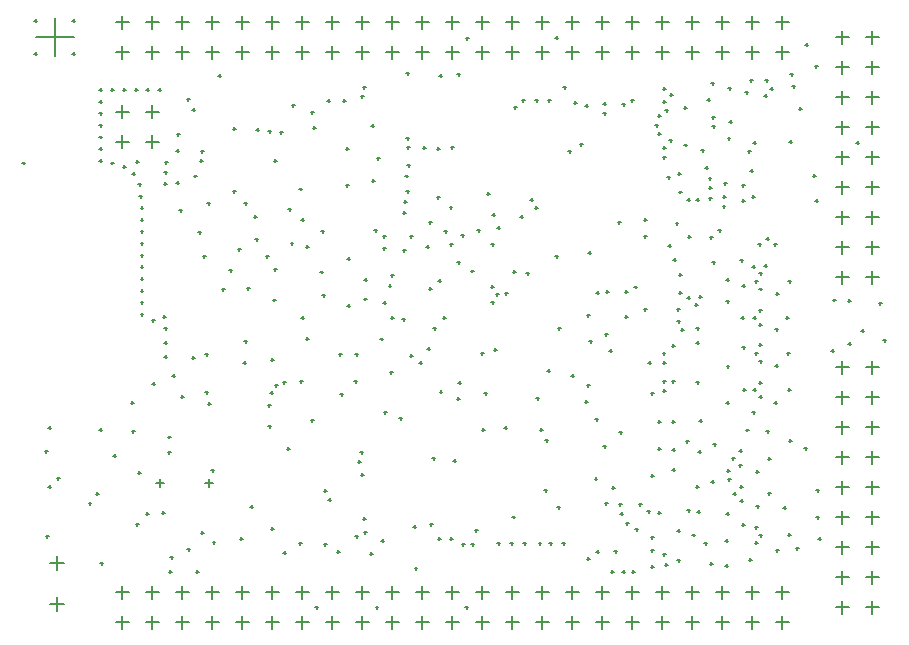
<source format=gbr>
%TF.GenerationSoftware,Altium Limited,Altium Designer,21.9.2 (33)*%
G04 Layer_Color=128*
%FSLAX45Y45*%
%MOMM*%
%TF.SameCoordinates,7777544D-92F5-45BF-99EE-D781317D7DBF*%
%TF.FilePolarity,Positive*%
%TF.FileFunction,Drillmap*%
%TF.Part,Single*%
G01*
G75*
%TA.AperFunction,NonConductor*%
%ADD244C,0.12700*%
D244*
X8073000Y2349500D02*
X8183000D01*
X8128000Y2294500D02*
Y2404500D01*
X8073000Y2095500D02*
X8183000D01*
X8128000Y2040500D02*
Y2150500D01*
X8073000Y1841500D02*
X8183000D01*
X8128000Y1786500D02*
Y1896500D01*
X8073000Y1587500D02*
X8183000D01*
X8128000Y1532500D02*
Y1642500D01*
X8073000Y1333500D02*
X8183000D01*
X8128000Y1278500D02*
Y1388500D01*
X8073000Y1079500D02*
X8183000D01*
X8128000Y1024500D02*
Y1134500D01*
X8073000Y825500D02*
X8183000D01*
X8128000Y770500D02*
Y880500D01*
X8327000Y2349500D02*
X8437000D01*
X8382000Y2294500D02*
Y2404500D01*
X8327000Y2095500D02*
X8437000D01*
X8382000Y2040500D02*
Y2150500D01*
X8327000Y1841500D02*
X8437000D01*
X8382000Y1786500D02*
Y1896500D01*
X8327000Y1587500D02*
X8437000D01*
X8382000Y1532500D02*
Y1642500D01*
X8327000Y1333500D02*
X8437000D01*
X8382000Y1278500D02*
Y1388500D01*
X8327000Y1079500D02*
X8437000D01*
X8382000Y1024500D02*
Y1134500D01*
X8327000Y825500D02*
X8437000D01*
X8382000Y770500D02*
Y880500D01*
X8073000Y571500D02*
X8183000D01*
X8128000Y516500D02*
Y626500D01*
X8073000Y317500D02*
X8183000D01*
X8128000Y262500D02*
Y372500D01*
X8327000Y571500D02*
X8437000D01*
X8382000Y516500D02*
Y626500D01*
X8327000Y317500D02*
X8437000D01*
X8382000Y262500D02*
Y372500D01*
X8073000Y5143500D02*
X8183000D01*
X8128000Y5088500D02*
Y5198500D01*
X8073000Y4889500D02*
X8183000D01*
X8128000Y4834500D02*
Y4944500D01*
X8073000Y4635500D02*
X8183000D01*
X8128000Y4580500D02*
Y4690500D01*
X8073000Y4381500D02*
X8183000D01*
X8128000Y4326500D02*
Y4436500D01*
X8073000Y4127500D02*
X8183000D01*
X8128000Y4072500D02*
Y4182500D01*
X8073000Y3873500D02*
X8183000D01*
X8128000Y3818500D02*
Y3928500D01*
X8073000Y3619500D02*
X8183000D01*
X8128000Y3564500D02*
Y3674500D01*
X8327000Y5143500D02*
X8437000D01*
X8382000Y5088500D02*
Y5198500D01*
X8327000Y4889500D02*
X8437000D01*
X8382000Y4834500D02*
Y4944500D01*
X8327000Y4635500D02*
X8437000D01*
X8382000Y4580500D02*
Y4690500D01*
X8327000Y4381500D02*
X8437000D01*
X8382000Y4326500D02*
Y4436500D01*
X8327000Y4127500D02*
X8437000D01*
X8382000Y4072500D02*
Y4182500D01*
X8327000Y3873500D02*
X8437000D01*
X8382000Y3818500D02*
Y3928500D01*
X8327000Y3619500D02*
X8437000D01*
X8382000Y3564500D02*
Y3674500D01*
X8073000Y3365500D02*
X8183000D01*
X8128000Y3310500D02*
Y3420500D01*
X8073000Y3111500D02*
X8183000D01*
X8128000Y3056500D02*
Y3166500D01*
X8327000Y3365500D02*
X8437000D01*
X8382000Y3310500D02*
Y3420500D01*
X8327000Y3111500D02*
X8437000D01*
X8382000Y3056500D02*
Y3166500D01*
X7565000Y444500D02*
X7675000D01*
X7620000Y389500D02*
Y499500D01*
X7311000Y444500D02*
X7421000D01*
X7366000Y389500D02*
Y499500D01*
X7057000Y444500D02*
X7167000D01*
X7112000Y389500D02*
Y499500D01*
X6803000Y444500D02*
X6913000D01*
X6858000Y389500D02*
Y499500D01*
X6549000Y444500D02*
X6659000D01*
X6604000Y389500D02*
Y499500D01*
X6295000Y444500D02*
X6405000D01*
X6350000Y389500D02*
Y499500D01*
X6041000Y444500D02*
X6151000D01*
X6096000Y389500D02*
Y499500D01*
X5787000Y444500D02*
X5897000D01*
X5842000Y389500D02*
Y499500D01*
X5533000Y444500D02*
X5643000D01*
X5588000Y389500D02*
Y499500D01*
X5279000Y444500D02*
X5389000D01*
X5334000Y389500D02*
Y499500D01*
X5025000Y444500D02*
X5135000D01*
X5080000Y389500D02*
Y499500D01*
X4771000Y444500D02*
X4881000D01*
X4826000Y389500D02*
Y499500D01*
X4517000Y444500D02*
X4627000D01*
X4572000Y389500D02*
Y499500D01*
X4263000Y444500D02*
X4373000D01*
X4318000Y389500D02*
Y499500D01*
X4009000Y444500D02*
X4119000D01*
X4064000Y389500D02*
Y499500D01*
X3755000Y444500D02*
X3865000D01*
X3810000Y389500D02*
Y499500D01*
X3501000Y444500D02*
X3611000D01*
X3556000Y389500D02*
Y499500D01*
X3247000Y444500D02*
X3357000D01*
X3302000Y389500D02*
Y499500D01*
X2993000Y444500D02*
X3103000D01*
X3048000Y389500D02*
Y499500D01*
X2739000Y444500D02*
X2849000D01*
X2794000Y389500D02*
Y499500D01*
X2485000Y444500D02*
X2595000D01*
X2540000Y389500D02*
Y499500D01*
X2231000Y444500D02*
X2341000D01*
X2286000Y389500D02*
Y499500D01*
X1977000Y444500D02*
X2087000D01*
X2032000Y389500D02*
Y499500D01*
X7565000Y190500D02*
X7675000D01*
X7620000Y135500D02*
Y245500D01*
X7311000Y190500D02*
X7421000D01*
X7366000Y135500D02*
Y245500D01*
X7057000Y190500D02*
X7167000D01*
X7112000Y135500D02*
Y245500D01*
X6803000Y190500D02*
X6913000D01*
X6858000Y135500D02*
Y245500D01*
X6549000Y190500D02*
X6659000D01*
X6604000Y135500D02*
Y245500D01*
X6295000Y190500D02*
X6405000D01*
X6350000Y135500D02*
Y245500D01*
X6041000Y190500D02*
X6151000D01*
X6096000Y135500D02*
Y245500D01*
X5787000Y190500D02*
X5897000D01*
X5842000Y135500D02*
Y245500D01*
X5533000Y190500D02*
X5643000D01*
X5588000Y135500D02*
Y245500D01*
X5279000Y190500D02*
X5389000D01*
X5334000Y135500D02*
Y245500D01*
X5025000Y190500D02*
X5135000D01*
X5080000Y135500D02*
Y245500D01*
X4771000Y190500D02*
X4881000D01*
X4826000Y135500D02*
Y245500D01*
X4517000Y190500D02*
X4627000D01*
X4572000Y135500D02*
Y245500D01*
X4263000Y190500D02*
X4373000D01*
X4318000Y135500D02*
Y245500D01*
X4009000Y190500D02*
X4119000D01*
X4064000Y135500D02*
Y245500D01*
X3755000Y190500D02*
X3865000D01*
X3810000Y135500D02*
Y245500D01*
X3501000Y190500D02*
X3611000D01*
X3556000Y135500D02*
Y245500D01*
X3247000Y190500D02*
X3357000D01*
X3302000Y135500D02*
Y245500D01*
X2993000Y190500D02*
X3103000D01*
X3048000Y135500D02*
Y245500D01*
X2739000Y190500D02*
X2849000D01*
X2794000Y135500D02*
Y245500D01*
X2485000Y190500D02*
X2595000D01*
X2540000Y135500D02*
Y245500D01*
X2231000Y190500D02*
X2341000D01*
X2286000Y135500D02*
Y245500D01*
X1977000Y190500D02*
X2087000D01*
X2032000Y135500D02*
Y245500D01*
X7565000Y5270500D02*
X7675000D01*
X7620000Y5215500D02*
Y5325500D01*
X7311000Y5270500D02*
X7421000D01*
X7366000Y5215500D02*
Y5325500D01*
X7057000Y5270500D02*
X7167000D01*
X7112000Y5215500D02*
Y5325500D01*
X6803000Y5270500D02*
X6913000D01*
X6858000Y5215500D02*
Y5325500D01*
X6549000Y5270500D02*
X6659000D01*
X6604000Y5215500D02*
Y5325500D01*
X6295000Y5270500D02*
X6405000D01*
X6350000Y5215500D02*
Y5325500D01*
X6041000Y5270500D02*
X6151000D01*
X6096000Y5215500D02*
Y5325500D01*
X5787000Y5270500D02*
X5897000D01*
X5842000Y5215500D02*
Y5325500D01*
X5533000Y5270500D02*
X5643000D01*
X5588000Y5215500D02*
Y5325500D01*
X5279000Y5270500D02*
X5389000D01*
X5334000Y5215500D02*
Y5325500D01*
X5025000Y5270500D02*
X5135000D01*
X5080000Y5215500D02*
Y5325500D01*
X4771000Y5270500D02*
X4881000D01*
X4826000Y5215500D02*
Y5325500D01*
X4517000Y5270500D02*
X4627000D01*
X4572000Y5215500D02*
Y5325500D01*
X4263000Y5270500D02*
X4373000D01*
X4318000Y5215500D02*
Y5325500D01*
X4009000Y5270500D02*
X4119000D01*
X4064000Y5215500D02*
Y5325500D01*
X3755000Y5270500D02*
X3865000D01*
X3810000Y5215500D02*
Y5325500D01*
X3501000Y5270500D02*
X3611000D01*
X3556000Y5215500D02*
Y5325500D01*
X3247000Y5270500D02*
X3357000D01*
X3302000Y5215500D02*
Y5325500D01*
X2993000Y5270500D02*
X3103000D01*
X3048000Y5215500D02*
Y5325500D01*
X2739000Y5270500D02*
X2849000D01*
X2794000Y5215500D02*
Y5325500D01*
X2485000Y5270500D02*
X2595000D01*
X2540000Y5215500D02*
Y5325500D01*
X2231000Y5270500D02*
X2341000D01*
X2286000Y5215500D02*
Y5325500D01*
X1977000Y5270500D02*
X2087000D01*
X2032000Y5215500D02*
Y5325500D01*
X7565000Y5016500D02*
X7675000D01*
X7620000Y4961500D02*
Y5071500D01*
X7311000Y5016500D02*
X7421000D01*
X7366000Y4961500D02*
Y5071500D01*
X7057000Y5016500D02*
X7167000D01*
X7112000Y4961500D02*
Y5071500D01*
X6803000Y5016500D02*
X6913000D01*
X6858000Y4961500D02*
Y5071500D01*
X6549000Y5016500D02*
X6659000D01*
X6604000Y4961500D02*
Y5071500D01*
X6295000Y5016500D02*
X6405000D01*
X6350000Y4961500D02*
Y5071500D01*
X6041000Y5016500D02*
X6151000D01*
X6096000Y4961500D02*
Y5071500D01*
X5787000Y5016500D02*
X5897000D01*
X5842000Y4961500D02*
Y5071500D01*
X5533000Y5016500D02*
X5643000D01*
X5588000Y4961500D02*
Y5071500D01*
X5279000Y5016500D02*
X5389000D01*
X5334000Y4961500D02*
Y5071500D01*
X5025000Y5016500D02*
X5135000D01*
X5080000Y4961500D02*
Y5071500D01*
X4771000Y5016500D02*
X4881000D01*
X4826000Y4961500D02*
Y5071500D01*
X4517000Y5016500D02*
X4627000D01*
X4572000Y4961500D02*
Y5071500D01*
X4263000Y5016500D02*
X4373000D01*
X4318000Y4961500D02*
Y5071500D01*
X4009000Y5016500D02*
X4119000D01*
X4064000Y4961500D02*
Y5071500D01*
X3755000Y5016500D02*
X3865000D01*
X3810000Y4961500D02*
Y5071500D01*
X3501000Y5016500D02*
X3611000D01*
X3556000Y4961500D02*
Y5071500D01*
X3247000Y5016500D02*
X3357000D01*
X3302000Y4961500D02*
Y5071500D01*
X2993000Y5016500D02*
X3103000D01*
X3048000Y4961500D02*
Y5071500D01*
X2739000Y5016500D02*
X2849000D01*
X2794000Y4961500D02*
Y5071500D01*
X2485000Y5016500D02*
X2595000D01*
X2540000Y4961500D02*
Y5071500D01*
X2231000Y5016500D02*
X2341000D01*
X2286000Y4961500D02*
Y5071500D01*
X1977000Y5016500D02*
X2087000D01*
X2032000Y4961500D02*
Y5071500D01*
X1977000Y4512400D02*
X2087000D01*
X2032000Y4457400D02*
Y4567400D01*
X2231000Y4512400D02*
X2341000D01*
X2286000Y4457400D02*
Y4567400D01*
X1977000Y4258400D02*
X2087000D01*
X2032000Y4203400D02*
Y4313400D01*
X2231000Y4258400D02*
X2341000D01*
X2286000Y4203400D02*
Y4313400D01*
X1300500Y5143500D02*
X1620500D01*
X1460500Y4983500D02*
Y5303500D01*
X1420000Y345000D02*
X1540000D01*
X1480000Y285000D02*
Y405000D01*
X1420000Y695000D02*
X1540000D01*
X1480000Y635000D02*
Y755000D01*
X7907500Y1310000D02*
X7932500D01*
X7920000Y1297500D02*
Y1322500D01*
X6607436Y2469793D02*
X6632436D01*
X6619936Y2457293D02*
Y2482292D01*
X7150609Y1476362D02*
X7175609D01*
X7163109Y1463862D02*
Y1488862D01*
X7195238Y1581508D02*
X7220237D01*
X7207737Y1569008D02*
Y1594007D01*
X7161251Y1400898D02*
X7186251D01*
X7173751Y1388398D02*
Y1413397D01*
X6607500Y4210000D02*
X6632500D01*
X6620000Y4197500D02*
Y4222500D01*
X7377500Y2770000D02*
X7402500D01*
X7390000Y2757500D02*
Y2782500D01*
X6745977Y3132500D02*
X6770977D01*
X6758477Y3120000D02*
Y3145000D01*
X4165318Y3512327D02*
X4190317D01*
X4177817Y3499827D02*
Y3524827D01*
X6247500Y1110000D02*
X6272500D01*
X6260000Y1097500D02*
Y1122500D01*
X5767500Y4720764D02*
X5792500D01*
X5780000Y4708265D02*
Y4733264D01*
X3927500Y4200000D02*
X3952500D01*
X3940000Y4187500D02*
Y4212500D01*
X3927500Y3890000D02*
X3952500D01*
X3940000Y3877500D02*
Y3902500D01*
X3937500Y3270000D02*
X3962500D01*
X3950000Y3257500D02*
Y3282500D01*
X3939639Y2870563D02*
X3964639D01*
X3952139Y2858063D02*
Y2883063D01*
X5452589Y3146265D02*
X5477589D01*
X5465089Y3133765D02*
Y3158765D01*
X5977500Y3320000D02*
X6002500D01*
X5990000Y3307500D02*
Y3332500D01*
X6227500Y3580000D02*
X6252500D01*
X6240000Y3567500D02*
Y3592500D01*
X7147500Y2910000D02*
X7172500D01*
X7160000Y2897500D02*
Y2922500D01*
X3877500Y2120000D02*
X3902500D01*
X3890000Y2107500D02*
Y2132500D01*
X5613954Y1732447D02*
X5638954D01*
X5626454Y1719947D02*
Y1744947D01*
X3627500Y1900000D02*
X3652500D01*
X3640000Y1887500D02*
Y1912500D01*
X4051816Y1439665D02*
X4076815D01*
X4064315Y1427165D02*
Y1452165D01*
X1847500Y690000D02*
X1872500D01*
X1860000Y677500D02*
Y702500D01*
X3290872Y984531D02*
X3315871D01*
X3303372Y972031D02*
Y997031D01*
X3737500Y850000D02*
X3762500D01*
X3750000Y837500D02*
Y862500D01*
X4227500Y880000D02*
X4252500D01*
X4240000Y867500D02*
Y892500D01*
X6031459Y1405486D02*
X6056458D01*
X6043958Y1392986D02*
Y1417985D01*
X6507500Y2130000D02*
X6532500D01*
X6520000Y2117500D02*
Y2142500D01*
X6036730Y1911878D02*
X6061729D01*
X6049229Y1899378D02*
Y1924378D01*
X6107500Y1680000D02*
X6132500D01*
X6120000Y1667500D02*
Y1692500D01*
X5967500Y730000D02*
X5992500D01*
X5980000Y717500D02*
Y742500D01*
X6297500Y1030000D02*
X6322500D01*
X6310000Y1017500D02*
Y1042500D01*
X6477500Y1130000D02*
X6502500D01*
X6490000Y1117500D02*
Y1142500D01*
X7737500Y820000D02*
X7762500D01*
X7750000Y807500D02*
Y832500D01*
X7487500Y1810000D02*
X7512500D01*
X7500000Y1797500D02*
Y1822500D01*
X6157500Y2490000D02*
X6182500D01*
X6170000Y2477500D02*
Y2502500D01*
X5967500Y2200000D02*
X5992500D01*
X5980000Y2187500D02*
Y2212500D01*
X6367500Y3030000D02*
X6392500D01*
X6380000Y3017500D02*
Y3042500D01*
X7362015Y3795271D02*
X7387015D01*
X7374515Y3782771D02*
Y3807771D01*
X8477500Y2580000D02*
X8502500D01*
X8490000Y2567500D02*
Y2592500D01*
X7077500Y3510000D02*
X7102500D01*
X7090000Y3497500D02*
Y3522500D01*
X7487500Y3440000D02*
X7512500D01*
X7500000Y3427500D02*
Y3452500D01*
X6933354Y4187091D02*
X6958354D01*
X6945854Y4174591D02*
Y4199591D01*
X7687500Y4830000D02*
X7712500D01*
X7700000Y4817500D02*
Y4842500D01*
X6266213Y4576547D02*
X6291213D01*
X6278713Y4564047D02*
Y4589046D01*
X4867500Y4830000D02*
X4892500D01*
X4880000Y4817500D02*
Y4842500D01*
X1187500Y4080000D02*
X1212500D01*
X1200000Y4067500D02*
Y4092500D01*
X2847500Y4820000D02*
X2872500D01*
X2860000Y4807500D02*
Y4832500D01*
X5347500Y4550000D02*
X5372500D01*
X5360000Y4537500D02*
Y4562500D01*
X4717500Y4820000D02*
X4742500D01*
X4730000Y4807500D02*
Y4832500D01*
X3467500Y4570000D02*
X3492500D01*
X3480000Y4557500D02*
Y4582500D01*
X4127500Y770000D02*
X4152500D01*
X4140000Y757500D02*
Y782500D01*
X4077500Y952501D02*
X4102500D01*
X4090000Y940001D02*
Y965000D01*
X7807562Y1664308D02*
X7832562D01*
X7820062Y1651808D02*
Y1676808D01*
X5807500Y4180000D02*
X5832500D01*
X5820000Y4167500D02*
Y4192500D01*
X5907500Y4240000D02*
X5932500D01*
X5920000Y4227500D02*
Y4252500D01*
X4814998Y4212502D02*
X4839998D01*
X4827498Y4200002D02*
Y4225002D01*
X7927500Y900000D02*
X7952500D01*
X7940000Y887500D02*
Y912500D01*
X7677500Y1730000D02*
X7702500D01*
X7690000Y1717500D02*
Y1742500D01*
X7027444Y3238075D02*
X7052443D01*
X7039944Y3225575D02*
Y3250575D01*
X3867500Y2460000D02*
X3892500D01*
X3880000Y2447500D02*
Y2472500D01*
X4007500Y2460000D02*
X4032500D01*
X4020000Y2447500D02*
Y2472500D01*
X6407500Y1190000D02*
X6432500D01*
X6420000Y1177500D02*
Y1202500D01*
X4498159Y1000658D02*
X4523158D01*
X4510658Y988159D02*
Y1013158D01*
X4247500Y1970000D02*
X4272500D01*
X4260000Y1957500D02*
Y1982500D01*
X7467500Y3210000D02*
X7492500D01*
X7480000Y3197500D02*
Y3222500D01*
X7425233Y3144823D02*
X7450232D01*
X7437733Y3132323D02*
Y3157323D01*
X7387504Y3080004D02*
X7412504D01*
X7400004Y3067504D02*
Y3092504D01*
X7897500Y4900000D02*
X7922500D01*
X7910000Y4887500D02*
Y4912500D01*
X7157500Y4290000D02*
X7182500D01*
X7170000Y4277500D02*
Y4302500D01*
X1608000Y5283500D02*
X1633000D01*
X1620500Y5271000D02*
Y5296000D01*
X1608000Y5003500D02*
X1633000D01*
X1620500Y4991000D02*
Y5016000D01*
X1288000Y5003500D02*
X1313000D01*
X1300500Y4991000D02*
Y5016000D01*
X1288000Y5283500D02*
X1313000D01*
X1300500Y5271000D02*
Y5296000D01*
X6817500Y1140000D02*
X6842500D01*
X6830000Y1127500D02*
Y1152500D01*
X6731300Y967390D02*
X6756300D01*
X6743800Y954891D02*
Y979890D01*
X6901332Y1126814D02*
X6926331D01*
X6913831Y1114315D02*
Y1139314D01*
X7900000Y3760182D02*
X7925000D01*
X7912500Y3747682D02*
Y3772682D01*
X8247500Y4250000D02*
X8272500D01*
X8260000Y4237500D02*
Y4262500D01*
X7678819Y4259599D02*
X7703818D01*
X7691319Y4247099D02*
Y4272099D01*
X7759955Y4541138D02*
X7784955D01*
X7772455Y4528638D02*
Y4553638D01*
X7707500Y4730000D02*
X7732500D01*
X7720000Y4717500D02*
Y4742500D01*
X6507500Y800000D02*
X6532500D01*
X6520000Y787500D02*
Y812500D01*
X6857078Y930441D02*
X6882078D01*
X6869578Y917941D02*
Y942940D01*
X6745017Y2979934D02*
X6770017D01*
X6757517Y2967434D02*
Y2992433D01*
X6817500Y2940000D02*
X6842500D01*
X6830000Y2927500D02*
Y2952500D01*
X6914444Y2946987D02*
X6939444D01*
X6926944Y2934487D02*
Y2959487D01*
X6879967Y2880382D02*
X6904967D01*
X6892467Y2867882D02*
Y2892882D01*
X6803710Y1722534D02*
X6828710D01*
X6816210Y1710034D02*
Y1735033D01*
X6689217Y1654212D02*
X6714217D01*
X6701717Y1641712D02*
Y1666711D01*
X6908657Y1636737D02*
X6933657D01*
X6921157Y1624238D02*
Y1649237D01*
X6509184Y1431004D02*
X6534184D01*
X6521684Y1418504D02*
Y1443504D01*
X6235377Y1192123D02*
X6260377D01*
X6247877Y1179623D02*
Y1204623D01*
X6177500Y1330000D02*
X6202500D01*
X6190000Y1317500D02*
Y1342500D01*
X7264217Y3254924D02*
X7289217D01*
X7276717Y3242425D02*
Y3267424D01*
X7007884Y3452499D02*
X7032884D01*
X7020384Y3439999D02*
Y3464998D01*
X8288541Y2657970D02*
X8313540D01*
X8301041Y2645470D02*
Y2670470D01*
X8178004Y2548612D02*
X8203004D01*
X8190504Y2536112D02*
Y2561112D01*
X7277500Y3760000D02*
X7302500D01*
X7290000Y3747500D02*
Y3772500D01*
X7278003Y3890503D02*
X7303002D01*
X7290503Y3878003D02*
Y3903003D01*
X7124175Y3909711D02*
X7149175D01*
X7136675Y3897211D02*
Y3922211D01*
X7351997Y4014497D02*
X7376997D01*
X7364497Y4001998D02*
Y4026997D01*
X7115407Y3714183D02*
X7140407D01*
X7127907Y3701683D02*
Y3726683D01*
X7171636Y4430000D02*
X7196635D01*
X7184135Y4417500D02*
Y4442500D01*
X7422717Y2540000D02*
X7447716D01*
X7435217Y2527500D02*
Y2552500D01*
X7387504Y2467263D02*
X7412504D01*
X7400004Y2454763D02*
Y2479763D01*
X7425817Y2399991D02*
X7450817D01*
X7438317Y2387492D02*
Y2412491D01*
X7817500Y5080000D02*
X7842500D01*
X7830000Y5067500D02*
Y5092500D01*
X6447500Y3600000D02*
X6472500D01*
X6460000Y3587500D02*
Y3612500D01*
X6762500Y2670000D02*
X6787500D01*
X6775000Y2657500D02*
Y2682500D01*
X6683905Y2533105D02*
X6708905D01*
X6696405Y2520605D02*
Y2545605D01*
X6786733Y4547500D02*
X6811733D01*
X6799233Y4535000D02*
Y4560000D01*
X6987500Y4617500D02*
X7012500D01*
X7000000Y4605000D02*
Y4630000D01*
X7018208Y4757037D02*
X7043208D01*
X7030708Y4744538D02*
Y4769537D01*
X6667500Y4657500D02*
X6692500D01*
X6680000Y4645000D02*
Y4670000D01*
X7469243Y4650021D02*
X7494243D01*
X7481743Y4637521D02*
Y4662521D01*
X7327500Y4180000D02*
X7352500D01*
X7340000Y4167500D02*
Y4192500D01*
X7878168Y3972969D02*
X7903167D01*
X7890667Y3960469D02*
Y3985469D01*
X7672466Y3077937D02*
X7697465D01*
X7684966Y3065437D02*
Y3090437D01*
X7564234Y2973305D02*
X7589234D01*
X7576734Y2960805D02*
Y2985805D01*
X4607500Y3370000D02*
X4632500D01*
X4620000Y3357500D02*
Y3382500D01*
X7425078Y3013266D02*
X7450078D01*
X7437578Y3000766D02*
Y3025766D01*
X7367088Y3200479D02*
X7392087D01*
X7379587Y3187979D02*
Y3212979D01*
X7347500Y4780000D02*
X7372500D01*
X7360000Y4767500D02*
Y4792500D01*
X7164986Y4714545D02*
X7189986D01*
X7177486Y4702045D02*
Y4727045D01*
X7397500Y1467039D02*
X7422500D01*
X7410000Y1454539D02*
Y1479539D01*
X7254118Y1519539D02*
X7279118D01*
X7266618Y1507039D02*
Y1532039D01*
X7257500Y1642497D02*
X7282500D01*
X7270000Y1629997D02*
Y1654996D01*
X7027500Y4390000D02*
X7052500D01*
X7040000Y4377500D02*
Y4402500D01*
X7627500Y1160000D02*
X7652500D01*
X7640000Y1147500D02*
Y1172500D01*
X6917199Y1899612D02*
X6942198D01*
X6929698Y1887112D02*
Y1912112D01*
X7037500Y1700000D02*
X7062500D01*
X7050000Y1687500D02*
Y1712500D01*
X7147500Y2050000D02*
X7172500D01*
X7160000Y2037500D02*
Y2062500D01*
X7149234Y2360373D02*
X7174234D01*
X7161734Y2347873D02*
Y2372873D01*
X7422717Y2831292D02*
X7447716D01*
X7435217Y2818792D02*
Y2843792D01*
X7422717Y2709013D02*
X7447716D01*
X7435217Y2696513D02*
Y2721513D01*
X7651892Y2770005D02*
X7676891D01*
X7664392Y2757505D02*
Y2782504D01*
X7337500Y720000D02*
X7362500D01*
X7350000Y707500D02*
Y732500D01*
X7402638Y1173188D02*
X7427638D01*
X7415138Y1160688D02*
Y1185687D01*
X7018004Y1381385D02*
X7043003D01*
X7030504Y1368885D02*
Y1393885D01*
X6507500Y910000D02*
X6532500D01*
X6520000Y897500D02*
Y922500D01*
X6627620Y676869D02*
X6652620D01*
X6640120Y664369D02*
Y689369D01*
X6732539Y717180D02*
X6757538D01*
X6745039Y704680D02*
Y729680D01*
X7137500Y670000D02*
X7162500D01*
X7150000Y657500D02*
Y682500D01*
X7137500Y880000D02*
X7162500D01*
X7150000Y867500D02*
Y892500D01*
X2367500Y1120000D02*
X2392500D01*
X2380000Y1107500D02*
Y1132500D01*
X4140910Y4394019D02*
X4165910D01*
X4153410Y4381519D02*
Y4406519D01*
X4051787Y4646664D02*
X4076787D01*
X4064287Y4634164D02*
Y4659164D01*
X4067500Y4720000D02*
X4092500D01*
X4080000Y4707500D02*
Y4732500D01*
X7117500Y3794248D02*
X7142500D01*
X7130000Y3781749D02*
Y3806748D01*
X6997500Y3782532D02*
X7022500D01*
X7010000Y3770033D02*
Y3795032D01*
X6717500Y3570000D02*
X6742500D01*
X6730000Y3557500D02*
Y3582500D01*
X6647500Y3960000D02*
X6672500D01*
X6660000Y3947500D02*
Y3972500D01*
X6737500Y3990000D02*
X6762500D01*
X6750000Y3977500D02*
Y4002500D01*
X7547500Y3390000D02*
X7572500D01*
X7560000Y3377500D02*
Y3402500D01*
X6657500Y3380000D02*
X6682500D01*
X6670000Y3367500D02*
Y3392500D01*
X4437500Y4840000D02*
X4462500D01*
X4450000Y4827500D02*
Y4852500D01*
X7377499Y2160464D02*
X7402499D01*
X7389999Y2147964D02*
Y2172963D01*
X7426346Y2100975D02*
X7451346D01*
X7438846Y2088475D02*
Y2113475D01*
X7424012Y2220975D02*
X7449011D01*
X7436511Y2208475D02*
Y2233475D01*
X7667500Y932498D02*
X7692500D01*
X7680000Y919998D02*
Y944998D01*
X8047500Y2920000D02*
X8072500D01*
X8060000Y2907500D02*
Y2932500D01*
X8175500Y2914999D02*
X8200500D01*
X8188000Y2902499D02*
Y2927499D01*
X7277500Y1017500D02*
X7302500D01*
X7290000Y1005000D02*
Y1030000D01*
X6567500Y1120000D02*
X6592500D01*
X6580000Y1107500D02*
Y1132500D01*
X6507500Y662500D02*
X6532500D01*
X6520000Y650000D02*
Y675000D01*
X6347500Y620000D02*
X6372500D01*
X6360000Y607500D02*
Y632500D01*
X6044446Y789165D02*
X6069445D01*
X6056945Y776665D02*
Y801665D01*
X6197500Y792500D02*
X6222500D01*
X6210000Y780000D02*
Y805000D01*
X6167500Y620000D02*
X6192500D01*
X6180000Y607500D02*
Y632500D01*
X6267498Y619999D02*
X6292497D01*
X6279998Y607499D02*
Y632499D01*
X5947298Y2059267D02*
X5972298D01*
X5959798Y2046767D02*
Y2071766D01*
X5537500Y2090000D02*
X5562500D01*
X5550000Y2077500D02*
Y2102500D01*
X5567500Y1820000D02*
X5592500D01*
X5580000Y1807500D02*
Y1832500D01*
X5632500Y2320000D02*
X5657500D01*
X5645000Y2307501D02*
Y2332500D01*
X5077503Y1820001D02*
X5102502D01*
X5090003Y1807502D02*
Y1832501D01*
X5267500Y1840000D02*
X5292500D01*
X5280000Y1827500D02*
Y1852500D01*
X6242500Y1801795D02*
X6267500D01*
X6255000Y1789295D02*
Y1814295D01*
X5835377Y2277877D02*
X5860377D01*
X5847877Y2265377D02*
Y2290377D01*
X7417500Y3390000D02*
X7442500D01*
X7430000Y3377500D02*
Y3402500D01*
X8036755Y2489428D02*
X8061755D01*
X8049255Y2476928D02*
Y2501927D01*
X5067500Y2470000D02*
X5092500D01*
X5080000Y2457500D02*
Y2482500D01*
X4627501Y3013684D02*
X4652501D01*
X4640001Y3001184D02*
Y3026184D01*
X7907500Y1080000D02*
X7932500D01*
X7920000Y1067500D02*
Y1092500D01*
X7555000Y2050000D02*
X7580000D01*
X7567500Y2037500D02*
Y2062500D01*
X7668220Y2161393D02*
X7693219D01*
X7680719Y2148893D02*
Y2173893D01*
X7497500Y1577499D02*
X7522500D01*
X7510000Y1564999D02*
Y1589999D01*
X7517500Y4710000D02*
X7542500D01*
X7530000Y4697500D02*
Y4722500D01*
X6997546Y3870045D02*
X7022545D01*
X7010045Y3857545D02*
Y3882545D01*
X6996927Y3950000D02*
X7021927D01*
X7009427Y3937500D02*
Y3962500D01*
X6892500Y3770000D02*
X6917500D01*
X6905000Y3757500D02*
Y3782500D01*
X6817500Y3770000D02*
X6842500D01*
X6830000Y3757500D02*
Y3782500D01*
X8436640Y2890804D02*
X8461640D01*
X8449140Y2878304D02*
Y2903304D01*
X7497500Y1282500D02*
X7522500D01*
X7510000Y1270000D02*
Y1295000D01*
X6892500Y2680000D02*
X6917500D01*
X6905000Y2667500D02*
Y2692500D01*
X6819514Y3457082D02*
X6844514D01*
X6832014Y3444582D02*
Y3469582D01*
X6447500Y3460000D02*
X6472500D01*
X6460000Y3447500D02*
Y3472500D01*
X6447502Y2839999D02*
X6472502D01*
X6460002Y2827500D02*
Y2852499D01*
X6127500Y2990000D02*
X6152500D01*
X6140000Y2977500D02*
Y3002500D01*
X6487500Y2390000D02*
X6512500D01*
X6500000Y2377500D02*
Y2402500D01*
X7367500Y1970000D02*
X7392500D01*
X7380000Y1957500D02*
Y1982500D01*
X5718057Y1165349D02*
X5743057D01*
X5730557Y1152849D02*
Y1177849D01*
X7147500Y1110000D02*
X7172500D01*
X7160000Y1097500D02*
Y1122500D01*
X6697500Y3260000D02*
X6722500D01*
X6710000Y3247500D02*
Y3272500D01*
X7377500Y4250000D02*
X7402500D01*
X7390000Y4237500D02*
Y4262500D01*
X6727500Y2840694D02*
X6752500D01*
X6740000Y2828194D02*
Y2853194D01*
X6687500Y2230000D02*
X6712500D01*
X6700000Y2217500D02*
Y2242500D01*
X6567500Y1660000D02*
X6592500D01*
X6580000Y1647500D02*
Y1672500D01*
X6689985Y1482858D02*
X6714985D01*
X6702485Y1470358D02*
Y1495358D01*
X7307500Y4680000D02*
X7332500D01*
X7320000Y4667500D02*
Y4692500D01*
X7477500Y4780000D02*
X7502500D01*
X7490000Y4767500D02*
Y4792500D01*
X6609167Y769049D02*
X6634166D01*
X6621666Y756549D02*
Y781549D01*
X7280685Y3039809D02*
X7305685D01*
X7293185Y3027309D02*
Y3052309D01*
X7275273Y2768818D02*
X7300272D01*
X7287773Y2756318D02*
Y2781318D01*
X7282902Y2519304D02*
X7307902D01*
X7295402Y2506804D02*
Y2531804D01*
X7286261Y2159163D02*
X7311260D01*
X7298761Y2146663D02*
Y2171663D01*
X6377500Y980001D02*
X6402499D01*
X6389999Y967501D02*
Y992501D01*
X7312499Y1819514D02*
X7337499D01*
X7324999Y1807014D02*
Y1832014D01*
X6687500Y1890000D02*
X6712500D01*
X6700000Y1877500D02*
Y1902500D01*
X6567500Y1890000D02*
X6592500D01*
X6580000Y1877500D02*
Y1902500D01*
X6893304Y2556414D02*
X6918304D01*
X6905804Y2543914D02*
Y2568914D01*
X6892500Y2223004D02*
X6917500D01*
X6905000Y2210504D02*
Y2235504D01*
X6887500Y1340000D02*
X6912500D01*
X6900000Y1327500D02*
Y1352500D01*
X6958766Y861523D02*
X6983766D01*
X6971266Y849023D02*
Y874023D01*
X7262567Y1340000D02*
X7287566D01*
X7275066Y1327500D02*
Y1352500D01*
X7207500Y1280000D02*
X7232500D01*
X7220000Y1267500D02*
Y1292500D01*
X7263879Y1219998D02*
X7288878D01*
X7276379Y1207498D02*
Y1232497D01*
X7388301Y994051D02*
X7413301D01*
X7400801Y981551D02*
Y1006551D01*
X6117500Y1200000D02*
X6142500D01*
X6130000Y1187500D02*
Y1212500D01*
X6746170Y3834586D02*
X6771170D01*
X6758670Y3822086D02*
Y3847086D01*
X6967500Y4040000D02*
X6992500D01*
X6980000Y4027500D02*
Y4052500D01*
X6607500Y4130000D02*
X6632500D01*
X6620000Y4117500D02*
Y4142500D01*
X6793025Y4232500D02*
X6818025D01*
X6805525Y4220000D02*
Y4245000D01*
X6629271Y4528229D02*
X6654270D01*
X6641771Y4515729D02*
Y4540729D01*
X6663316Y4271571D02*
X6688315D01*
X6675815Y4259071D02*
Y4284071D01*
X6607500Y4710000D02*
X6632500D01*
X6620000Y4697500D02*
Y4722500D01*
X6607500Y4600000D02*
X6632500D01*
X6620000Y4587500D02*
Y4612500D01*
X6567500Y4480000D02*
X6592500D01*
X6580000Y4467500D02*
Y4492500D01*
X6547500Y4400000D02*
X6572500D01*
X6560000Y4387500D02*
Y4412500D01*
X6568107Y4325754D02*
X6593106D01*
X6580607Y4313254D02*
Y4338254D01*
X6607500Y2390000D02*
X6632500D01*
X6620000Y2377500D02*
Y2402500D01*
X6607500Y2150000D02*
X6632500D01*
X6620000Y2137500D02*
Y2162500D01*
X6607500Y2230000D02*
X6632500D01*
X6620000Y2217500D02*
Y2242500D01*
X7024657Y4467089D02*
X7049657D01*
X7037157Y4454589D02*
Y4479589D01*
X7426891Y929389D02*
X7451891D01*
X7439391Y916889D02*
Y941889D01*
X7388007Y865000D02*
X7413006D01*
X7400506Y852500D02*
Y877500D01*
X7147265Y3093321D02*
X7172265D01*
X7159765Y3080821D02*
Y3105821D01*
X7005801Y687703D02*
X7030800D01*
X7018300Y675203D02*
Y700203D01*
X4507500Y650000D02*
X4532500D01*
X4520000Y637500D02*
Y662500D01*
X4907500Y850001D02*
X4932500D01*
X4920000Y837501D02*
Y862501D01*
X4987500Y850001D02*
X5012500D01*
X5000000Y837501D02*
Y862501D01*
X6337500Y4610000D02*
X6362500D01*
X6350000Y4597500D02*
Y4622500D01*
X5720000Y2680000D02*
X5745000D01*
X5732500Y2667500D02*
Y2692500D01*
X7562385Y2673333D02*
X7587385D01*
X7574885Y2660833D02*
Y2685833D01*
X7561461Y2363192D02*
X7586461D01*
X7573961Y2350692D02*
Y2375692D01*
X7567460Y801570D02*
X7592460D01*
X7579960Y789070D02*
Y814069D01*
X7657500Y2470000D02*
X7682500D01*
X7670000Y2457500D02*
Y2482500D01*
X6730223Y2740224D02*
X6755223D01*
X6742723Y2727724D02*
Y2752724D01*
X5987500Y2570002D02*
X6012500D01*
X6000000Y2557503D02*
Y2582502D01*
X5157503Y2899999D02*
X5182502D01*
X5170002Y2887499D02*
Y2912499D01*
X5269932Y2976251D02*
X5294932D01*
X5282432Y2963751D02*
Y2988750D01*
X5195308Y2968752D02*
X5220308D01*
X5207808Y2956252D02*
Y2981252D01*
X5153748Y3033751D02*
X5178748D01*
X5166248Y3021251D02*
Y3046250D01*
X5337500Y3160000D02*
X5362500D01*
X5350000Y3147500D02*
Y3172500D01*
X3627498Y4509999D02*
X3652498D01*
X3639998Y4497499D02*
Y4522498D01*
X5417502Y4609998D02*
X5442502D01*
X5430002Y4597499D02*
Y4622498D01*
X3847503Y790001D02*
X3872502D01*
X3860002Y777501D02*
Y802501D01*
X6107498Y4580001D02*
X6132498D01*
X6119998Y4567501D02*
Y4592501D01*
X6107498Y4500001D02*
X6132498D01*
X6119998Y4487501D02*
Y4512501D01*
X5953610Y4566107D02*
X5978609D01*
X5966109Y4553607D02*
Y4578607D01*
X5857501Y4589998D02*
X5882501D01*
X5870001Y4577499D02*
Y4602498D01*
X5336192Y1082629D02*
X5361191D01*
X5348691Y1070129D02*
Y1095129D01*
X4027502Y1549999D02*
X4052502D01*
X4040002Y1537500D02*
Y1562499D01*
X3997500Y2229998D02*
X4022499D01*
X4010000Y2217498D02*
Y2242498D01*
X1407502Y1340002D02*
X1432502D01*
X1420002Y1327503D02*
Y1352502D01*
X2147501Y1019998D02*
X2172501D01*
X2160001Y1007498D02*
Y1032498D01*
X2797406Y869808D02*
X2822405D01*
X2809905Y857308D02*
Y882308D01*
X1377500Y1640002D02*
X1402500D01*
X1390000Y1627502D02*
Y1652502D01*
X2697502Y950001D02*
X2722502D01*
X2710002Y937501D02*
Y962500D01*
X5207500Y3530001D02*
X5232500D01*
X5220000Y3517501D02*
Y3542500D01*
X5117503Y3820003D02*
X5142502D01*
X5130002Y3807503D02*
Y3832502D01*
X2937502Y3170001D02*
X2962502D01*
X2950002Y3157501D02*
Y3182501D01*
X3727498Y2959999D02*
X3752497D01*
X3739998Y2947499D02*
Y2972499D01*
X5487499Y3770000D02*
X5512499D01*
X5499999Y3757500D02*
Y3782500D01*
X1957499Y1600002D02*
X1982498D01*
X1969999Y1587502D02*
Y1612502D01*
X2737502Y2140001D02*
X2762502D01*
X2750002Y2127501D02*
Y2152501D01*
X3290354Y2413635D02*
X3315353D01*
X3302853Y2401135D02*
Y2426135D01*
X2437498Y739999D02*
X2462497D01*
X2449998Y727499D02*
Y752498D01*
X3160001Y3434999D02*
X3185000D01*
X3172501Y3422500D02*
Y3447499D01*
X2677574Y3494999D02*
X2702573D01*
X2690073Y3482500D02*
Y3507499D01*
X2377498Y2780000D02*
X2402498D01*
X2389998Y2767500D02*
Y2792499D01*
X2491747Y3914247D02*
X2516747D01*
X2504247Y3901747D02*
Y3926747D01*
X3147357Y3625738D02*
X3172356D01*
X3159857Y3613238D02*
Y3638238D01*
X3547498Y3599998D02*
X3572498D01*
X3559998Y3587498D02*
Y3612498D01*
X2687500Y4100002D02*
X2712500D01*
X2700000Y4087502D02*
Y4112502D01*
X4417499Y3750000D02*
X4442499D01*
X4429999Y3737500D02*
Y3762500D01*
X4307502Y2770002D02*
X4332501D01*
X4320002Y2757502D02*
Y2782502D01*
X3527498Y859998D02*
X3552498D01*
X3539998Y847498D02*
Y872498D01*
X2969999Y4369999D02*
X2994998D01*
X2982498Y4357499D02*
Y4382499D01*
X3167499Y4360001D02*
X3192499D01*
X3179999Y4347502D02*
Y4372501D01*
X2457498Y2280001D02*
X2482497D01*
X2469998Y2267501D02*
Y2292500D01*
X2163564Y1458011D02*
X2188564D01*
X2176064Y1445511D02*
Y1470511D01*
X3397501Y779998D02*
X3422501D01*
X3410001Y767499D02*
Y792498D01*
X4704808Y899556D02*
X4729808D01*
X4717308Y887056D02*
Y912056D01*
X4867501Y3239999D02*
X4892500D01*
X4880000Y3227499D02*
Y3252498D01*
X4939987Y5137236D02*
X4964987D01*
X4952487Y5124737D02*
Y5149736D01*
X5697969Y5139578D02*
X5722968D01*
X5710469Y5127078D02*
Y5152078D01*
X5637502Y4609998D02*
X5662501D01*
X5650001Y4597499D02*
Y4622498D01*
X3899735Y4607992D02*
X3924735D01*
X3912235Y4595492D02*
Y4620492D01*
X3769347Y4608104D02*
X3794346D01*
X3781847Y4595604D02*
Y4620603D01*
X5528317Y4609998D02*
X5553317D01*
X5540817Y4597499D02*
Y4622498D01*
X4237494Y3359993D02*
X4262494D01*
X4249994Y3347493D02*
Y3372493D01*
X4467501Y2449998D02*
X4492501D01*
X4480001Y2437498D02*
Y2462497D01*
X5427499Y859998D02*
X5452499D01*
X5439999Y847498D02*
Y872498D01*
X4757498Y3499998D02*
X4782498D01*
X4769998Y3487498D02*
Y3512498D01*
X5317502Y859998D02*
X5342502D01*
X5330002Y847498D02*
Y872498D01*
X4077601Y2928584D02*
X4102601D01*
X4090101Y2916085D02*
Y2941084D01*
X5207500Y859003D02*
X5232500D01*
X5220000Y846503D02*
Y871502D01*
X4547501Y2389998D02*
X4572501D01*
X4560001Y2377498D02*
Y2402498D01*
X4427501Y3970000D02*
X4452501D01*
X4440001Y3957500D02*
Y3982500D01*
X1477500Y1410000D02*
X1502499D01*
X1490000Y1397500D02*
Y1422500D01*
X2112500Y1809039D02*
X2137499D01*
X2125000Y1796539D02*
Y1821539D01*
X4667501Y2680000D02*
X4692501D01*
X4680001Y2667500D02*
Y2692500D01*
X6044633Y2982869D02*
X6069633D01*
X6057133Y2970369D02*
Y2995369D01*
X3088855Y3019999D02*
X3113855D01*
X3101355Y3007499D02*
Y3032499D01*
X4637737Y1021964D02*
X4662737D01*
X4650237Y1009464D02*
Y1034464D01*
X2288075Y2211070D02*
X2313074D01*
X2300575Y2198570D02*
Y2223570D01*
X2231864Y1110305D02*
X2256864D01*
X2244364Y1097805D02*
Y1122805D01*
X2877502Y3010002D02*
X2902502D01*
X2890002Y2997502D02*
Y3022501D01*
X4377499Y1920001D02*
X4402499D01*
X4389999Y1907501D02*
Y1932501D01*
X3586248Y2591252D02*
X3611248D01*
X3598748Y2578752D02*
Y2603752D01*
X4218124Y2590002D02*
X4243124D01*
X4230624Y2577503D02*
Y2602502D01*
X6287503Y2990002D02*
X6312502D01*
X6300003Y2977502D02*
Y3002501D01*
X5607499Y1310000D02*
X5632499D01*
X5619999Y1297500D02*
Y1322500D01*
X3737932Y1306337D02*
X3762932D01*
X3750432Y1293837D02*
Y1318837D01*
X2735002Y1370000D02*
X2805002D01*
X2770002Y1335000D02*
Y1405000D01*
X2787500Y1480002D02*
X2812499D01*
X2799999Y1467502D02*
Y1492502D01*
X3394031Y2222546D02*
X3419031D01*
X3406531Y2210046D02*
Y2235046D01*
X3284710Y2135215D02*
X3309709D01*
X3297210Y2122716D02*
Y2147715D01*
X3322500Y2200001D02*
X3347500D01*
X3335000Y2187501D02*
Y2212501D01*
X5527499Y3699998D02*
X5552499D01*
X5539999Y3687498D02*
Y3712498D01*
X4287502Y3039999D02*
X4312501D01*
X4300002Y3027499D02*
Y3052499D01*
X4447501Y4060002D02*
X4472501D01*
X4460001Y4047502D02*
Y4072502D01*
X4238002Y3461385D02*
X4263002D01*
X4250502Y3448885D02*
Y3473885D01*
X4697488Y3789995D02*
X4722488D01*
X4709988Y3777495D02*
Y3802495D01*
X5757501Y859998D02*
X5782501D01*
X5770001Y847498D02*
Y872498D01*
X4147502Y3930000D02*
X4172502D01*
X4160002Y3917500D02*
Y3942500D01*
X4241096Y2895651D02*
X4266096D01*
X4253596Y2883151D02*
Y2908151D01*
X4803686Y3703818D02*
X4828685D01*
X4816185Y3691318D02*
Y3716318D01*
X4984645Y3165409D02*
X5009645D01*
X4997145Y3152909D02*
Y3177909D01*
X5647499Y859003D02*
X5672499D01*
X5659999Y846503D02*
Y871502D01*
X4079999Y3090001D02*
X4104999D01*
X4092499Y3077502D02*
Y3102501D01*
X4187502Y4120002D02*
X4212502D01*
X4200002Y4107502D02*
Y4132502D01*
X5557502Y859998D02*
X5582501D01*
X5570002Y847498D02*
Y872498D01*
X1387502Y919998D02*
X1412502D01*
X1400002Y907498D02*
Y932498D01*
X1747502Y1199998D02*
X1772501D01*
X1760002Y1187498D02*
Y1212497D01*
X1407502Y1840001D02*
X1432502D01*
X1420002Y1827502D02*
Y1852501D01*
X1807502Y1280003D02*
X1832501D01*
X1820001Y1267503D02*
Y1292502D01*
X1837499Y1820001D02*
X1862499D01*
X1849999Y1807502D02*
Y1832501D01*
X2427500Y619999D02*
X2452500D01*
X2440000Y607499D02*
Y632499D01*
X2657502Y619999D02*
X2682502D01*
X2670002Y607499D02*
Y632499D01*
X3027499Y899998D02*
X3052499D01*
X3039999Y887498D02*
Y912498D01*
X2314998Y1370000D02*
X2384998D01*
X2349998Y1335000D02*
Y1405000D01*
X2417498Y1629999D02*
X2442498D01*
X2429998Y1617499D02*
Y1642499D01*
X2107140Y2050359D02*
X2132140D01*
X2119640Y2037859D02*
Y2062859D01*
X2187501Y2799999D02*
X2212501D01*
X2200001Y2787500D02*
Y2812499D01*
X2187501Y2899999D02*
X2212501D01*
X2200001Y2887499D02*
Y2912499D01*
X2282522Y2747533D02*
X2307522D01*
X2295022Y2735033D02*
Y2760033D01*
X2387500Y2440000D02*
X2412500D01*
X2400000Y2427500D02*
Y2452500D01*
X2387500Y2560000D02*
X2412500D01*
X2400000Y2547500D02*
Y2572500D01*
X2387500Y2680000D02*
X2412500D01*
X2400000Y2667500D02*
Y2692500D01*
X2756842Y2040661D02*
X2781842D01*
X2769342Y2028162D02*
Y2053161D01*
X3057502Y2389998D02*
X3082501D01*
X3070001Y2377498D02*
Y2402498D01*
X2622501Y2429998D02*
X2647501D01*
X2635001Y2417498D02*
Y2442498D01*
X2737502Y2460000D02*
X2762502D01*
X2750002Y2447500D02*
Y2472500D01*
X3117502Y1170000D02*
X3142501D01*
X3130001Y1157500D02*
Y1182500D01*
X3426203Y1660022D02*
X3451203D01*
X3438703Y1647522D02*
Y1672522D01*
X3267499Y1849999D02*
X3292498D01*
X3279999Y1837499D02*
Y1862499D01*
X3537501Y2229998D02*
X3562500D01*
X3550001Y2217498D02*
Y2242498D01*
X3667498Y319999D02*
X3692498D01*
X3679998Y307500D02*
Y332499D01*
X4007457Y920049D02*
X4032456D01*
X4019956Y907549D02*
Y932549D01*
X4067502Y1070000D02*
X4092502D01*
X4080002Y1057501D02*
Y1082500D01*
X4177499Y319999D02*
X4202499D01*
X4189999Y307500D02*
Y332499D01*
X3777500Y1230000D02*
X3802500D01*
X3790000Y1217500D02*
Y1242500D01*
X4047502Y1629999D02*
X4072502D01*
X4060002Y1617499D02*
Y1642499D01*
X3064852Y2569393D02*
X3089852D01*
X3077352Y2556893D02*
Y2581893D01*
X3307499Y2919999D02*
X3332498D01*
X3319998Y2907499D02*
Y2932499D01*
X3547498Y2770002D02*
X3572498D01*
X3559998Y2757502D02*
Y2782502D01*
X4298124Y2309998D02*
X4323124D01*
X4310624Y2297498D02*
Y2322498D01*
X2187501Y3199999D02*
X2212501D01*
X2200001Y3187499D02*
Y3212499D01*
X2187501Y2999999D02*
X2212501D01*
X2200001Y2987499D02*
Y3012499D01*
X2187501Y3099999D02*
X2212501D01*
X2200001Y3087499D02*
Y3112499D01*
X2187501Y3299998D02*
X2212501D01*
X2200001Y3287499D02*
Y3312498D01*
X2187501Y3399998D02*
X2212501D01*
X2200001Y3387498D02*
Y3412498D01*
X2714810Y3290001D02*
X2739810D01*
X2727310Y3277501D02*
Y3302501D01*
X2167501Y3900002D02*
X2192501D01*
X2180001Y3887503D02*
Y3912502D01*
X2187501Y3699998D02*
X2212501D01*
X2200001Y3687498D02*
Y3712498D01*
X2177498Y3800003D02*
X2202498D01*
X2189998Y3787503D02*
Y3812502D01*
X2037499Y4050000D02*
X2062498D01*
X2049998Y4037500D02*
Y4062499D01*
X1937499Y4080002D02*
X1962498D01*
X1949999Y4067502D02*
Y4092502D01*
X2117498Y3990000D02*
X2142498D01*
X2129998Y3977500D02*
Y4002499D01*
X2147501Y4089999D02*
X2172501D01*
X2160001Y4077500D02*
Y4102499D01*
X2187501Y3599998D02*
X2212501D01*
X2200001Y3587498D02*
Y3612498D01*
X2187501Y3499998D02*
X2212501D01*
X2200001Y3487498D02*
Y3512498D01*
X2517500Y3680000D02*
X2542500D01*
X2530000Y3667500D02*
Y3692500D01*
X2386210Y3902954D02*
X2411210D01*
X2398710Y3890454D02*
Y3915454D01*
X2387500Y4000002D02*
X2412500D01*
X2400000Y3987502D02*
Y4012502D01*
X2637502Y3970000D02*
X2662502D01*
X2650002Y3957500D02*
Y3982500D01*
X3247499Y3290001D02*
X3272498D01*
X3259999Y3277501D02*
Y3302501D01*
X2752498Y3739998D02*
X2777498D01*
X2764998Y3727498D02*
Y3752497D01*
X3009165Y3349447D02*
X3034165D01*
X3021665Y3336947D02*
Y3361947D01*
X3067499Y3739998D02*
X3092499D01*
X3079999Y3727498D02*
Y3752497D01*
X1837499Y4600001D02*
X1862499D01*
X1849999Y4587501D02*
Y4612501D01*
X1837499Y4400001D02*
X1862499D01*
X1849999Y4387502D02*
Y4412501D01*
X1837499Y4500001D02*
X1862499D01*
X1849999Y4487501D02*
Y4512501D01*
X1837499Y4700001D02*
X1862499D01*
X1849999Y4687501D02*
Y4712501D01*
X1837499Y4300002D02*
X1862499D01*
X1849999Y4287502D02*
Y4312501D01*
X1837499Y4100002D02*
X1862499D01*
X1849999Y4087502D02*
Y4112502D01*
X1837499Y4200002D02*
X1862499D01*
X1849999Y4187502D02*
Y4212502D01*
X1937499Y4700001D02*
X1962498D01*
X1949999Y4687501D02*
Y4712501D01*
X2037499Y4700001D02*
X2062498D01*
X2049998Y4687501D02*
Y4712501D01*
X2392805Y4087301D02*
X2417805D01*
X2405305Y4074802D02*
Y4099801D01*
X2489624Y4182125D02*
X2514623D01*
X2502124Y4169625D02*
Y4194625D01*
X2697502Y4180002D02*
X2722502D01*
X2710002Y4167502D02*
Y4192502D01*
X2627500Y4529999D02*
X2652500D01*
X2640000Y4517499D02*
Y4542498D01*
X2577503Y4620001D02*
X2602502D01*
X2590002Y4607501D02*
Y4632501D01*
X2237498Y4700001D02*
X2262498D01*
X2249998Y4687501D02*
Y4712501D01*
X2137498Y4700001D02*
X2162498D01*
X2149998Y4687501D02*
Y4712501D01*
X2337498Y4700001D02*
X2362498D01*
X2349998Y4687501D02*
Y4712501D01*
X3267499Y4349999D02*
X3292498D01*
X3279999Y4337499D02*
Y4362499D01*
X3317501Y3179999D02*
X3342501D01*
X3330001Y3167499D02*
Y3192499D01*
X3436840Y3689340D02*
X3461840D01*
X3449340Y3676840D02*
Y3701840D01*
X3707498Y3156915D02*
X3732497D01*
X3719998Y3144415D02*
Y3169415D01*
X3717500Y3499998D02*
X3742500D01*
X3730000Y3487498D02*
Y3512498D01*
X3529947Y3860002D02*
X3554946D01*
X3542447Y3847503D02*
Y3872502D01*
X3317501Y4097503D02*
X3342501D01*
X3330001Y4085003D02*
Y4110002D01*
X3647498Y4380001D02*
X3672498D01*
X3659998Y4367502D02*
Y4392501D01*
X4807501Y899998D02*
X4832500D01*
X4820001Y887498D02*
Y912498D01*
X4937498Y319999D02*
X4962498D01*
X4949998Y307500D02*
Y332499D01*
X5017503Y970001D02*
X5042502D01*
X5030003Y957501D02*
Y982500D01*
X4837498Y1560002D02*
X4862498D01*
X4849998Y1547502D02*
Y1572502D01*
X4657498Y1580002D02*
X4682498D01*
X4669998Y1567502D02*
Y1592502D01*
X4719210Y2143470D02*
X4744210D01*
X4731710Y2130971D02*
Y2155970D01*
X4866449Y2084182D02*
X4891449D01*
X4878949Y2071682D02*
Y2096682D01*
X4614999Y2507498D02*
X4639999D01*
X4627499Y2494998D02*
Y2519998D01*
X5097503Y2129998D02*
X5122502D01*
X5110002Y2117498D02*
Y2142498D01*
X5180002Y2500000D02*
X5205002D01*
X5192502Y2487500D02*
Y2512500D01*
X5967498Y2790002D02*
X5992498D01*
X5979998Y2777502D02*
Y2802502D01*
X6287503Y2780000D02*
X6312502D01*
X6300003Y2767500D02*
Y2792499D01*
X4407501Y3339998D02*
X4432501D01*
X4420001Y3327499D02*
Y3352498D01*
X4807501Y3390001D02*
X4832500D01*
X4820001Y3377501D02*
Y3402501D01*
X5037503Y3510001D02*
X5062502D01*
X5050003Y3497501D02*
Y3522500D01*
X5157503Y3390001D02*
X5182502D01*
X5170002Y3377501D02*
Y3402501D01*
X5697501Y3290001D02*
X5722501D01*
X5710001Y3277501D02*
Y3302501D01*
X4407501Y3660003D02*
X4432501D01*
X4420001Y3647503D02*
Y3672503D01*
X4577499Y4209999D02*
X4602498D01*
X4589998Y4197499D02*
Y4222499D01*
X4440577Y4211808D02*
X4465577D01*
X4453077Y4199308D02*
Y4224308D01*
X5401612Y3623213D02*
X5426611D01*
X5414112Y3610714D02*
Y3635713D01*
X5167500Y3639998D02*
X5192500D01*
X5180000Y3627498D02*
Y3652498D01*
X2417503Y1760002D02*
X2442503D01*
X2430003Y1747502D02*
Y1772501D01*
X2527500Y2100001D02*
X2552500D01*
X2540000Y2087501D02*
Y2112501D01*
X2495730Y4323171D02*
X2520730D01*
X2508230Y4310672D02*
Y4335671D01*
X3367498Y4340001D02*
X3392498D01*
X3379998Y4327502D02*
Y4352501D01*
X2967499Y3840002D02*
X2992499D01*
X2979999Y3827503D02*
Y3852502D01*
X6117501Y2630002D02*
X6142500D01*
X6130000Y2617503D02*
Y2642502D01*
X3457501Y3399998D02*
X3482501D01*
X3470001Y3387498D02*
Y3412498D01*
X4467501Y3459998D02*
X4492501D01*
X4480001Y3447498D02*
Y3472498D01*
X4903360Y3469142D02*
X4928360D01*
X4915860Y3456642D02*
Y3481642D01*
X2584584Y810001D02*
X2609584D01*
X2597084Y797501D02*
Y822501D01*
X4747501Y2770002D02*
X4772500D01*
X4760001Y2757502D02*
Y2782502D01*
X4707501Y3085003D02*
X4732501D01*
X4720001Y3072503D02*
Y3097503D01*
X4307502Y3130001D02*
X4332501D01*
X4320002Y3117502D02*
Y3142501D01*
X3587498Y3370001D02*
X3612498D01*
X3599998Y3357501D02*
Y3382501D01*
X3266808Y2029998D02*
X3291807D01*
X3279308Y2017499D02*
Y2042498D01*
X4877498Y2220001D02*
X4902498D01*
X4889998Y2207501D02*
Y2232500D01*
X4627669Y3578276D02*
X4652668D01*
X4640169Y3565776D02*
Y3590776D01*
X4438159Y3840658D02*
X4463159D01*
X4450659Y3828158D02*
Y3853158D01*
X4402503Y2755001D02*
X4427502D01*
X4415003Y2742501D02*
Y2767501D01*
X4697498Y4200002D02*
X4722498D01*
X4709998Y4187502D02*
Y4212502D01*
X4437499Y4289999D02*
X4462499D01*
X4449999Y4277499D02*
Y4302499D01*
%TF.MD5,3ba7a31cc31aad680bc7242005ba8062*%
M02*

</source>
